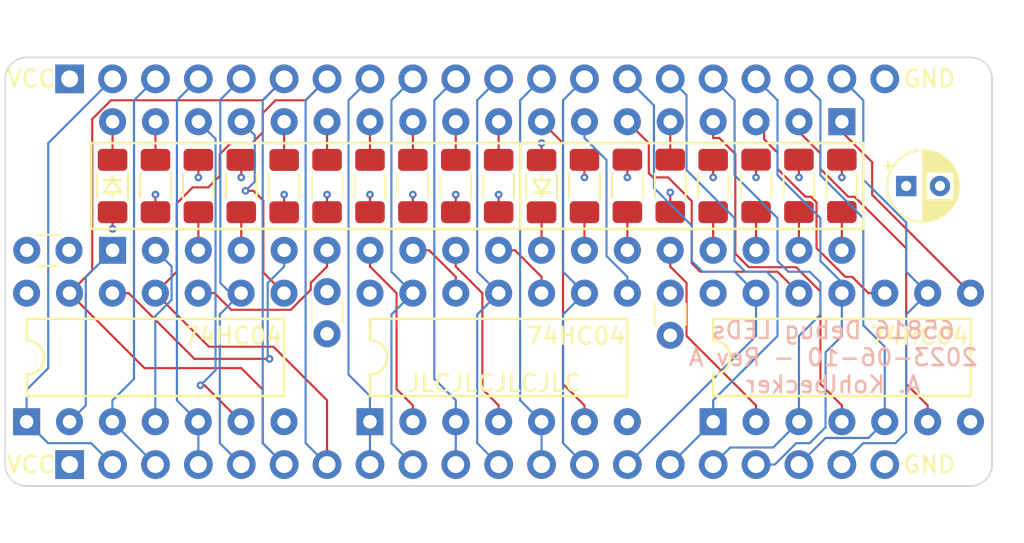
<source format=kicad_pcb>
(kicad_pcb (version 20211014) (generator pcbnew)
  (title_block (title "Project Title") (date "Date") (rev "REV") (comment 2 "<REPO-URL>") (comment 3 "Licensed under CERN-OHL-W v2") (comment 4 "Copyright © 2022 Adrien Kohlbecker"))
  (layers (0 "F.Cu" signal) (1 "In1.Cu" signal) (2 "In2.Cu" signal) (31 "B.Cu" signal) (34 "B.Paste" user) (35 "F.Paste" user) (36 "B.SilkS" user "B.Silkscreen") (37 "F.SilkS" user "F.Silkscreen") (38 "B.Mask" user) (39 "F.Mask" user) (44 "Edge.Cuts" user))
  (net 0 "")
  (net 1 "VCC")
  (net 2 "Net-(BAR1-Pad11)")
  (net 3 "Net-(BAR1-Pad12)")
  (net 4 "Net-(BAR1-Pad13)")
  (net 5 "Net-(BAR1-Pad14)")
  (net 6 "Net-(U1-Pad6)")
  (net 7 "Net-(U1-Pad8)")
  (net 8 "Net-(U2-Pad10)")
  (net 9 "Net-(U2-Pad4)")
  (net 10 "Net-(U2-Pad12)")
  (net 11 "Net-(U2-Pad2)")
  (net 12 "Net-(U1-Pad10)")
  (net 13 "Net-(U1-Pad12)")
  (net 14 "Net-(BAR1-Pad4)")
  (net 15 "Net-(BAR1-Pad3)")
  (net 16 "Net-(U1-Pad4)")
  (net 17 "Net-(U1-Pad2)")
  (net 18 "Net-(R18-Pad1)")
  (net 19 "Net-(R17-Pad1)")
  (net 20 "Net-(R16-Pad1)")
  (net 21 "Net-(U3-Pad2)")
  (net 22 "Net-(R11-Pad1)")
  (net 23 "Net-(U2-Pad6)")
  (net 24 "Net-(U2-Pad8)")
  (net 25 "Net-(U3-Pad12)")
  (net 26 "Net-(U3-Pad4)")
  (net 27 "GND")
  (net 28 "/CLK")
  (net 29 "/R~{W}")
  (net 30 "/SYNC")
  (net 31 "/VA")
  (net 32 "/~{IRQ}")
  (net 33 "/~{NMI}")
  (net 34 "/RDY_IN")
  (net 35 "/BE")
  (net 36 "/~{WAI}")
  (net 37 "/~{RST}")
  (net 38 "/~{ABORT}")
  (net 39 "/~{CLK_EN}")
  (net 40 "/~{ROM_WE}")
  (net 41 "/E")
  (net 42 "/M")
  (net 43 "/X")
  (net 44 "/~{VP}")
  (net 45 "/~{ML}")
  (net 46 "Net-(U3-Pad10)")
  (net 47 "Net-(U3-Pad6)")
  (net 48 "Net-(R14-Pad2)")
  (net 49 "Net-(BAR2-Pad13)")
  (net 50 "Net-(BAR2-Pad11)")
  (net 51 "Net-(BAR2-Pad10)")
  (net 52 "Net-(BAR2-Pad1)")
  (net 53 "Net-(BAR1-Pad20)")
  (net 54 "Net-(BAR1-Pad19)")
  (net 55 "Net-(BAR1-Pad16)")
  (net 56 "Net-(BAR1-Pad15)")
  (footprint "Connector_PinHeader_2.54mm:PinHeader_1x20_P2.54mm_Vertical" (layer "F.Cu") (at 105.41 74.93 90)
    (fp_text reference "J1" hide)
    (fp_text value "Conn_01x20")
  )
  (footprint "Resistor_SMD:R_1206_3216Metric_Pad1.30x1.75mm_HandSolder" (layer "F.Cu") (at 146.05 58.41 90)
    (fp_text reference "R16" hide)
    (fp_text value "6.8k")
  )
  (footprint "Resistor_SMD:R_1206_3216Metric_Pad1.30x1.75mm_HandSolder" (layer "F.Cu") (at 107.95 58.42 -90)
    (fp_text reference "R1" hide)
    (fp_text value "3.3k")
  )
  (footprint "Connector_PinHeader_2.54mm:PinHeader_1x20_P2.54mm_Vertical" (layer "F.Cu") (at 105.41 52.07 90)
    (fp_text reference "J2" hide)
    (fp_text value "Conn_01x20")
  )
  (footprint "Resistor_SMD:R_1206_3216Metric_Pad1.30x1.75mm_HandSolder" (layer "F.Cu") (at 138.43 58.41 90)
    (fp_text reference "R13" hide)
    (fp_text value "1k")
  )
  (footprint "Resistor_SMD:R_1206_3216Metric_Pad1.30x1.75mm_HandSolder" (layer "F.Cu") (at 125.73 58.42 -90)
    (fp_text reference "R8" hide)
    (fp_text value "1k")
  )
  (footprint "Resistor_SMD:R_1206_3216Metric_Pad1.30x1.75mm_HandSolder" (layer "F.Cu") (at 140.97 58.41 90)
    (fp_text reference "R14" hide)
    (fp_text value "6.8k")
  )
  (footprint "Package_DIP:DIP-20_W7.62mm" (layer "F.Cu") (at 107.95 62.23 90)
    (fp_text reference "BAR1" hide)
    (fp_text value "LED-Array-10-BGYR")
  )
  (footprint "Resistor_SMD:R_1206_3216Metric_Pad1.30x1.75mm_HandSolder" (layer "F.Cu") (at 151.13 58.41 90)
    (fp_text reference "R18" hide)
    (fp_text value "6.8k")
  )
  (footprint "Resistor_SMD:R_1206_3216Metric_Pad1.30x1.75mm_HandSolder" (layer "F.Cu") (at 115.57 58.42 -90)
    (fp_text reference "R4" hide)
    (fp_text value "6.8k")
  )
  (footprint "Resistor_SMD:R_1206_3216Metric_Pad1.30x1.75mm_HandSolder" (layer "F.Cu") (at 120.65 58.42 -90)
    (fp_text reference "R6" hide)
    (fp_text value "1k")
  )
  (footprint "Resistor_SMD:R_1206_3216Metric_Pad1.30x1.75mm_HandSolder" (layer "F.Cu") (at 113.03 58.42 -90)
    (fp_text reference "R3" hide)
    (fp_text value "6.8k")
  )
  (footprint "Resistor_SMD:R_1206_3216Metric_Pad1.30x1.75mm_HandSolder" (layer "F.Cu") (at 128.27 58.42 -90)
    (fp_text reference "R9" hide)
    (fp_text value "1.5k")
  )
  (footprint "Resistor_SMD:R_1206_3216Metric_Pad1.30x1.75mm_HandSolder" (layer "F.Cu") (at 148.59 58.41 90)
    (fp_text reference "R17" hide)
    (fp_text value "6.8k")
  )
  (footprint "Resistor_SMD:R_1206_3216Metric_Pad1.30x1.75mm_HandSolder" (layer "F.Cu") (at 135.89 58.42 90)
    (fp_text reference "R12" hide)
    (fp_text value "1k")
  )
  (footprint "Resistor_SMD:R_1206_3216Metric_Pad1.30x1.75mm_HandSolder" (layer "F.Cu") (at 123.19 58.42 -90)
    (fp_text reference "R7" hide)
    (fp_text value "1k")
  )
  (footprint "Package_DIP:DIP-14_W7.62mm" (layer "F.Cu") (at 123.19 72.39 90)
    (fp_text reference "U2" hide)
    (fp_text value "74HC04")
  )
  (footprint "Capacitor_THT:C_Disc_D3.0mm_W1.6mm_P2.50mm" (layer "F.Cu") (at 140.97 64.77 -90)
    (fp_text reference "C4" hide)
    (fp_text value "100n")
  )
  (footprint "Resistor_SMD:R_1206_3216Metric_Pad1.30x1.75mm_HandSolder" (layer "F.Cu") (at 130.81 58.42 -90)
    (fp_text reference "R10" hide)
    (fp_text value "1.5k")
  )
  (footprint "Resistor_SMD:R_1206_3216Metric_Pad1.30x1.75mm_HandSolder" (layer "F.Cu") (at 133.35 58.43 90)
    (fp_text reference "R11" hide)
    (fp_text value "1.5k")
  )
  (footprint "Package_DIP:DIP-14_W7.62mm" (layer "F.Cu") (at 143.51 72.39 90)
    (fp_text reference "U3" hide)
    (fp_text value "74HC04")
  )
  (footprint "Resistor_SMD:R_1206_3216Metric_Pad1.30x1.75mm_HandSolder" (layer "F.Cu") (at 110.49 58.42 -90)
    (fp_text reference "R2" hide)
    (fp_text value "6.8k")
  )
  (footprint "Resistor_SMD:R_1206_3216Metric_Pad1.30x1.75mm_HandSolder" (layer "F.Cu") (at 118.11 58.43 -90)
    (fp_text reference "R5" hide)
    (fp_text value "6.8k")
  )
  (footprint "Package_DIP:DIP-14_W7.62mm" (layer "F.Cu") (at 102.86 72.39 90)
    (fp_text reference "U1" hide)
    (fp_text value "74HC04")
  )
  (footprint "Capacitor_THT:CP_Radial_D4.0mm_P2.00mm" (layer "F.Cu") (at 154.94 58.42)
    (fp_text reference "C1" hide)
    (fp_text value "10u")
  )
  (footprint "Capacitor_THT:C_Disc_D3.0mm_W1.6mm_P2.50mm" (layer "F.Cu") (at 102.87 62.23)
    (fp_text reference "C3" hide)
    (fp_text value "100n")
  )
  (footprint "Capacitor_THT:C_Disc_D3.0mm_W1.6mm_P2.50mm" (layer "F.Cu") (at 120.65 64.68 -90)
    (fp_text reference "C2" hide)
    (fp_text value "100n")
  )
  (footprint "Resistor_SMD:R_1206_3216Metric_Pad1.30x1.75mm_HandSolder" (layer "F.Cu") (at 143.51 58.42 90)
    (fp_text reference "R15" hide)
    (fp_text value "6.8k")
  )
  (footprint "Package_DIP:DIP-16_W7.62mm" (layer "F.Cu") (at 151.13 54.61 -90)
    (fp_text reference "BAR2" hide)
    (fp_text value "LED-Array-8-GYR")
  )
  (gr_line (start 118.11 66.294) (end 118.11 70.866) (layer "F.SilkS") (width 0.15))
  (gr_arc (start 102.87 67.564) (mid 103.886 68.58) (end 102.87 69.596) (layer "F.SilkS") (width 0.15))
  (gr_line (start 158.75 70.866) (end 143.51 70.866) (layer "F.SilkS") (width 0.15))
  (gr_line (start 106.68 60.96) (end 106.68 55.88) (layer "F.SilkS") (width 0.15))
  (gr_line (start 123.19 66.294) (end 138.43 66.294) (layer "F.SilkS") (width 0.15))
  (gr_line (start 123.19 70.866) (end 123.19 69.596) (layer "F.SilkS") (width 0.15))
  (gr_line (start 132.842 58.073936) (end 133.858 58.073936) (layer "F.SilkS") (width 0.15))
  (gr_line (start 133.35 58.801) (end 132.842 58.073936) (layer "F.SilkS") (width 0.15))
  (gr_line (start 102.87 70.866) (end 102.87 69.596) (layer "F.SilkS") (width 0.15))
  (gr_line (start 133.858 58.073936) (end 133.35 58.801) (layer "F.SilkS") (width 0.15))
  (gr_line (start 132.842 58.801) (end 133.858 58.801) (layer "F.SilkS") (width 0.15))
  (gr_line (start 123.19 67.564) (end 123.19 66.294) (layer "F.SilkS") (width 0.15))
  (gr_line (start 107.442 58.801) (end 107.95 58.073936) (layer "F.SilkS") (width 0.15))
  (gr_line (start 133.35 58.049) (end 133.35 57.795) (layer "F.SilkS") (width 0.15))
  (gr_line (start 132.08 55.88) (end 106.68 55.88) (layer "F.SilkS") (width 0.15))
  (gr_line (start 102.87 66.294) (end 118.11 66.294) (layer "F.SilkS") (width 0.15))
  (gr_line (start 133.35 58.801) (end 133.35 59.055) (layer "F.SilkS") (width 0.15))
  (gr_line (start 108.458 58.801) (end 107.442 58.801) (layer "F.SilkS") (width 0.15))
  (gr_line (start 132.08 60.96) (end 106.68 60.96) (layer "F.SilkS") (width 0.15))
  (gr_line (start 118.11 70.866) (end 102.87 70.866) (layer "F.SilkS") (width 0.15))
  (gr_line (start 143.51 66.294) (end 158.75 66.294) (layer "F.SilkS") (width 0.15))
  (gr_line (start 107.95 58.073936) (end 108.458 58.801) (layer "F.SilkS") (width 0.15))
  (gr_line (start 138.43 66.294) (end 138.43 70.866) (layer "F.SilkS") (width 0.15))
  (gr_line (start 107.95 58.801) (end 107.95 59.055) (layer "F.SilkS") (width 0.15))
  (gr_rect (start 132.08 55.88) (end 152.4 60.96) (layer "F.SilkS") (width 0.15) (fill none))
  (gr_line (start 143.51 70.866) (end 143.51 69.596) (layer "F.SilkS") (width 0.15))
  (gr_line (start 107.95 58.073936) (end 107.95 57.819936) (layer "F.SilkS") (width 0.15))
  (gr_line (start 158.75 66.294) (end 158.75 70.866) (layer "F.SilkS") (width 0.15))
  (gr_arc (start 123.19 67.564) (mid 124.206 68.58) (end 123.19 69.596) (layer "F.SilkS") (width 0.15))
  (gr_line (start 143.51 67.564) (end 143.51 66.294) (layer "F.SilkS") (width 0.15))
  (gr_line (start 108.458 58.073936) (end 107.442 58.073936) (layer "F.SilkS") (width 0.15))
  (gr_line (start 102.87 67.564) (end 102.87 66.294) (layer "F.SilkS") (width 0.15))
  (gr_arc (start 143.51 67.564) (mid 144.526 68.58) (end 143.51 69.596) (layer "F.SilkS") (width 0.15))
  (gr_line (start 138.43 70.866) (end 123.19 70.866) (layer "F.SilkS") (width 0.15))
  (gr_arc (start 158.75 50.8) (mid 159.648026 51.171974) (end 160.02 52.07) (layer "Edge.Cuts") (width 0.1))
  (gr_line (start 102.87 76.2) (end 158.75 76.2) (layer "Edge.Cuts") (width 0.1))
  (gr_line (start 160.02 74.93) (end 160.02 52.07) (layer "Edge.Cuts") (width 0.1))
  (gr_line (start 101.6 52.07) (end 101.6 74.93) (layer "Edge.Cuts") (width 0.1))
  (gr_arc (start 160.02 74.93) (mid 159.648026 75.828026) (end 158.75 76.2) (layer "Edge.Cuts") (width 0.1))
  (gr_line (start 102.87 50.8) (end 158.75 50.8) (layer "Edge.Cuts") (width 0.1))
  (gr_arc (start 102.87 76.2) (mid 101.971974 75.828026) (end 101.6 74.93) (layer "Edge.Cuts") (width 0.1))
  (gr_arc (start 101.6 52.07) (mid 101.971974 51.171974) (end 102.87 50.8) (layer "Edge.Cuts") (width 0.1))
  (gr_text "65816 Debug LEDs\n2023-06-10 - Rev A\nA. Kohlbecker" (at 150.622 68.58) (layer "B.SilkS") (effects (font (size 1 1)) (justify mirror)))
  (gr_text "74HC04" (at 155.702 67.31) (layer "F.SilkS") (effects (font (size 1 1))))
  (gr_text "VCC" (at 101.6 52.07) (layer "F.SilkS") (effects (font (size 1 1)) (justify left)))
  (gr_text "GND" (at 154.686 74.93) (layer "F.SilkS") (effects (font (size 1 1)) (justify left)))
  (gr_text "74HC04" (at 135.382 67.31) (layer "F.SilkS") (effects (font (size 1 1))))
  (gr_text "JLCJLCJLCJLC" (at 130.556 70.104) (layer "F.SilkS") (effects (font (size 1 1))))
  (gr_text "74HC04" (at 115.062 67.31) (layer "F.SilkS") (effects (font (size 1 1))))
  (gr_text "GND" (at 154.686 52.07) (layer "F.SilkS") (effects (font (size 1 1)) (justify left)))
  (gr_text "VCC" (at 101.6 74.93) (layer "F.SilkS") (effects (font (size 1 1)) (justify left)))
  (segment (start 113.03 56.87) (end 113.03 57.912) (width 0.127) (layer "F.Cu") (net 1))
  (segment (start 140.97 59.96) (end 140.97 58.801) (width 0.127) (layer "F.Cu") (net 1))
  (segment (start 115.57 56.87) (end 115.57 57.912) (width 0.127) (layer "F.Cu") (net 1))
  (via (at 140.97 58.801) (size 0.45) (drill 0.2) (layers "F.Cu" "B.Cu") (net 1))
  (via (at 113.03 57.912) (size 0.45) (drill 0.2) (layers "F.Cu" "B.Cu") (net 1))
  (via (at 115.57 57.912) (size 0.45) (drill 0.2) (layers "F.Cu" "B.Cu") (net 1))
  (segment (start 130.81 56.87) (end 130.81 54.61) (width 0.127) (layer "F.Cu") (net 2))
  (segment (start 128.27 56.87) (end 128.27 54.61) (width 0.127) (layer "F.Cu") (net 3))
  (segment (start 125.73 56.87) (end 125.73 54.61) (width 0.127) (layer "F.Cu") (net 4))
  (segment (start 123.19 56.87) (end 123.19 54.61) (width 0.127) (layer "F.Cu") (net 5))
  (segment (start 115.56 72.39) (end 113.401 70.231) (width 0.127) (layer "F.Cu") (net 6))
  (segment (start 113.401 70.231) (end 113.157 70.231) (width 0.127) (layer "F.Cu") (net 6))
  (via (at 113.157 70.231) (size 0.45) (drill 0.2) (layers "F.Cu" "B.Cu") (net 6))
  (segment (start 114.046 69.342) (end 114.046 55.626) (width 0.127) (layer "B.Cu") (net 6))
  (segment (start 113.157 70.231) (end 114.046 69.342) (width 0.127) (layer "B.Cu") (net 6))
  (segment (start 114.046 55.626) (end 113.03 54.61) (width 0.127) (layer "B.Cu") (net 6))
  (segment (start 116.875 63.545) (end 116.875 59.288335) (width 0.127) (layer "F.Cu") (net 7))
  (segment (start 118.1 64.77) (end 116.875 63.545) (width 0.127) (layer "F.Cu") (net 7))
  (segment (start 116.292274 58.705609) (end 115.824 58.705609) (width 0.127) (layer "F.Cu") (net 7))
  (segment (start 116.875 59.288335) (end 116.292274 58.705609) (width 0.127) (layer "F.Cu") (net 7))
  (via (at 115.824 58.705609) (size 0.45) (drill 0.2) (layers "F.Cu" "B.Cu") (net 7))
  (segment (start 116.369999 58.15961) (end 115.824 58.705609) (width 0.127) (layer "B.Cu") (net 7))
  (segment (start 115.57 54.61) (end 116.369999 55.409999) (width 0.127) (layer "B.Cu") (net 7))
  (segment (start 116.369999 55.409999) (end 116.369999 58.15961) (width 0.127) (layer "B.Cu") (net 7))
  (segment (start 130.81 62.23) (end 131.775 62.23) (width 0.127) (layer "F.Cu") (net 8))
  (segment (start 133.35 63.8046) (end 133.35 64.77) (width 0.127) (layer "F.Cu") (net 8))
  (segment (start 131.775 62.23) (end 133.35 63.8046) (width 0.127) (layer "F.Cu") (net 8))
  (segment (start 130.81 71.4246) (end 130.81 72.39) (width 0.127) (layer "F.Cu") (net 9))
  (segment (start 129.845 64.77) (end 129.845 70.4592) (width 0.127) (layer "F.Cu") (net 9))
  (segment (start 129.845 70.4592) (end 130.81 71.4246) (width 0.127) (layer "F.Cu") (net 9))
  (segment (start 128.27 62.23) (end 128.27 63.1954) (width 0.127) (layer "F.Cu") (net 9))
  (segment (start 128.27 63.1954) (end 129.845 64.77) (width 0.127) (layer "F.Cu") (net 9))
  (segment (start 126.695 62.23) (end 128.27 63.8046) (width 0.127) (layer "F.Cu") (net 10))
  (segment (start 125.73 62.23) (end 126.695 62.23) (width 0.127) (layer "F.Cu") (net 10))
  (segment (start 128.27 63.8046) (end 128.27 64.77) (width 0.127) (layer "F.Cu") (net 10))
  (segment (start 124.765 70.4592) (end 125.73 71.4246) (width 0.127) (layer "F.Cu") (net 11))
  (segment (start 123.19 63.1954) (end 124.765 64.77) (width 0.127) (layer "F.Cu") (net 11))
  (segment (start 124.765 64.77) (end 124.765 70.4592) (width 0.127) (layer "F.Cu") (net 11))
  (segment (start 123.19 62.23) (end 123.19 63.1954) (width 0.127) (layer "F.Cu") (net 11))
  (segment (start 125.73 71.4246) (end 125.73 72.39) (width 0.127) (layer "F.Cu") (net 11))
  (segment (start 119.685 64.1608) (end 120.65 63.1954) (width 0.127) (layer "F.Cu") (net 12))
  (segment (start 113.02 64.77) (end 113.985 64.77) (width 0.127) (layer "F.Cu") (net 12))
  (segment (start 113.985 64.77) (end 114.972 65.7565) (width 0.127) (layer "F.Cu") (net 12))
  (segment (start 119.685 64.572) (end 119.685 64.1608) (width 0.127) (layer "F.Cu") (net 12))
  (segment (start 120.65 63.1954) (end 120.65 62.23) (width 0.127) (layer "F.Cu") (net 12))
  (segment (start 118.5 65.7565) (end 119.685 64.572) (width 0.127) (layer "F.Cu") (net 12))
  (segment (start 114.972 65.7565) (end 118.5 65.7565) (width 0.127) (layer "F.Cu") (net 12))
  (segment (start 108.905 64.77) (end 112.801 68.6652) (width 0.127) (layer "F.Cu") (net 13))
  (segment (start 107.94 64.77) (end 108.905 64.77) (width 0.127) (layer "F.Cu") (net 13))
  (segment (start 112.801 68.6652) (end 117.242 68.6652) (width 0.127) (layer "F.Cu") (net 13))
  (via (at 117.242 68.6652) (size 0.45) (drill 0.2) (layers "F.Cu" "B.Cu") (net 13))
  (segment (start 117.135 64.1708) (end 117.135 68.5575) (width 0.127) (layer "B.Cu") (net 13))
  (segment (start 118.11 62.23) (end 118.11 63.1954) (width 0.127) (layer "B.Cu") (net 13))
  (segment (start 118.11 63.1954) (end 117.135 64.1708) (width 0.127) (layer "B.Cu") (net 13))
  (segment (start 117.135 68.5575) (end 117.242 68.6652) (width 0.127) (layer "B.Cu") (net 13))
  (segment (start 115.57 62.23) (end 115.57 59.97) (width 0.127) (layer "F.Cu") (net 14))
  (segment (start 113.03 62.23) (end 113.03 59.97) (width 0.127) (layer "F.Cu") (net 15))
  (segment (start 110.48 72.39) (end 110.48 66.1326) (width 0.127) (layer "B.Cu") (net 16))
  (segment (start 110.48 66.1326) (end 111.444 65.1691) (width 0.127) (layer "B.Cu") (net 16))
  (segment (start 111.444 65.1691) (end 111.444 63.1835) (width 0.127) (layer "B.Cu") (net 16))
  (segment (start 111.444 63.1835) (end 110.49 62.23) (width 0.127) (layer "B.Cu") (net 16))
  (segment (start 105.4 72.39) (end 106.364 71.4265) (width 0.127) (layer "B.Cu") (net 17))
  (segment (start 106.364 63.8165) (end 107.95 62.23) (width 0.127) (layer "B.Cu") (net 17))
  (segment (start 106.364 71.4265) (end 106.364 63.8165) (width 0.127) (layer "B.Cu") (net 17))
  (segment (start 151.13 59.96) (end 151.13 62.23) (width 0.127) (layer "F.Cu") (net 18))
  (segment (start 148.59 59.96) (end 148.59 62.23) (width 0.127) (layer "F.Cu") (net 19))
  (segment (start 146.05 59.96) (end 146.05 62.23) (width 0.127) (layer "F.Cu") (net 20))
  (segment (start 140.97 63.1954) (end 141.9354 64.1608) (width 0.127) (layer "F.Cu") (net 21))
  (segment (start 140.97 62.23) (end 140.97 63.1954) (width 0.127) (layer "F.Cu") (net 21))
  (segment (start 146.05 72.39) (end 146.05 71.4246) (width 0.127) (layer "F.Cu") (net 21))
  (segment (start 141.9354 67.31) (end 146.05 71.4246) (width 0.127) (layer "F.Cu") (net 21))
  (segment (start 141.9354 64.1608) (end 141.9354 67.31) (width 0.127) (layer "F.Cu") (net 21))
  (segment (start 133.35 59.98) (end 133.35 62.23) (width 0.127) (layer "F.Cu") (net 22))
  (segment (start 134.62 55.88) (end 133.35 54.61) (width 0.127) (layer "F.Cu") (net 23))
  (segment (start 135.89 72.39) (end 135.89 71.4246) (width 0.127) (layer "F.Cu") (net 23))
  (segment (start 135.89 71.4246) (end 134.62 70.1546) (width 0.127) (layer "F.Cu") (net 23))
  (segment (start 134.62 70.1546) (end 134.62 55.88) (width 0.127) (layer "F.Cu") (net 23))
  (segment (start 137.195 56.8804) (end 135.89 55.5754) (width 0.127) (layer "B.Cu") (net 24))
  (segment (start 137.195 62.5696) (end 137.195 56.8804) (width 0.127) (layer "B.Cu") (net 24))
  (segment (start 138.43 63.8046) (end 137.195 62.5696) (width 0.127) (layer "B.Cu") (net 24))
  (segment (start 138.43 64.77) (end 138.43 63.8046) (width 0.127) (layer "B.Cu") (net 24))
  (segment (start 135.89 55.5754) (end 135.89 54.61) (width 0.127) (layer "B.Cu") (net 24))
  (segment (start 148.59 64.77) (end 147.32 63.5) (width 0.127) (layer "F.Cu") (net 25))
  (segment (start 140.843 57.912) (end 139.954 57.912) (width 0.127) (layer "F.Cu") (net 25))
  (segment (start 139.954 57.912) (end 139.7 57.658) (width 0.127) (layer "F.Cu") (net 25))
  (segment (start 139.7 55.88) (end 138.43 54.61) (width 0.127) (layer "F.Cu") (net 25))
  (segment (start 142.24 62.992) (end 142.24 59.309) (width 0.127) (layer "F.Cu") (net 25))
  (segment (start 142.24 59.309) (end 140.843 57.912) (width 0.127) (layer "F.Cu") (net 25))
  (segment (start 147.32 63.5) (end 142.748 63.5) (width 0.127) (layer "F.Cu") (net 25))
  (segment (start 142.748 63.5) (end 142.24 62.992) (width 0.127) (layer "F.Cu") (net 25))
  (segment (start 139.7 57.658) (end 139.7 55.88) (width 0.127) (layer "F.Cu") (net 25))
  (segment (start 149.86 64.6698) (end 148.423 63.2332) (width 0.127) (layer "F.Cu") (net 26))
  (segment (start 143.872 55.5754) (end 143.51 55.5754) (width 0.127) (layer "F.Cu") (net 26))
  (segment (start 144.822 62.4323) (end 144.822 56.5257) (width 0.127) (layer "F.Cu") (net 26))
  (segment (start 151.13 71.4246) (end 149.86 70.1546) (width 0.127) (layer "F.Cu") (net 26))
  (segment (start 145.623 63.2332) (end 144.822 62.4323) (width 0.127) (layer "F.Cu") (net 26))
  (segment (start 148.423 63.2332) (end 145.623 63.2332) (width 0.127) (layer "F.Cu") (net 26))
  (segment (start 149.86 70.1546) (end 149.86 64.6698) (width 0.127) (layer "F.Cu") (net 26))
  (segment (start 143.51 55.5754) (end 143.51 54.61) (width 0.127) (layer "F.Cu") (net 26))
  (segment (start 151.13 72.39) (end 151.13 71.4246) (width 0.127) (layer "F.Cu") (net 26))
  (segment (start 144.822 56.5257) (end 143.872 55.5754) (width 0.127) (layer "F.Cu") (net 26))
  (segment (start 138.43 56.86) (end 138.43 57.912) (width 0.127) (layer "F.Cu") (net 27))
  (segment (start 120.65 59.97) (end 120.65 58.928) (width 0.127) (layer "F.Cu") (net 27))
  (segment (start 123.19 59.97) (end 123.19 58.928) (width 0.127) (layer "F.Cu") (net 27))
  (segment (start 125.73 59.97) (end 125.73 58.928) (width 0.127) (layer "F.Cu") (net 27))
  (segment (start 130.81 59.97) (end 130.81 58.928) (width 0.127) (layer "F.Cu") (net 27))
  (segment (start 133.35 56.88) (end 133.35 55.88) (width 0.127) (layer "F.Cu") (net 27))
  (segment (start 110.49 59.97) (end 110.49 58.928) (width 0.127) (layer "F.Cu") (net 27))
  (segment (start 146.05 56.86) (end 146.05 57.912) (width 0.127) (layer "F.Cu") (net 27))
  (segment (start 148.59 56.86) (end 148.59 57.912) (width 0.127) (layer "F.Cu") (net 27))
  (segment (start 143.51 56.87) (end 143.51 57.912) (width 0.127) (layer "F.Cu") (net 27))
  (segment (start 118.11 59.98) (end 118.11 58.928) (width 0.127) (layer "F.Cu") (net 27))
  (segment (start 107.95 59.97) (end 107.95 60.96) (width 0.127) (layer "F.Cu") (net 27))
  (segment (start 151.13 56.86) (end 151.13 57.912) (width 0.127) (layer "F.Cu") (net 27))
  (segment (start 128.27 59.97) (end 128.27 58.928) (width 0.127) (layer "F.Cu") (net 27))
  (segment (start 135.89 56.87) (end 135.89 57.912) (width 0.127) (layer "F.Cu") (net 27))
  (via (at 118.11 58.928) (size 0.45) (drill 0.2) (layers "F.Cu" "B.Cu") (net 27))
  (via (at 107.95 60.96) (size 0.45) (drill 0.2) (layers "F.Cu" "B.Cu") (net 27))
  (via (at 143.51 57.912) (size 0.45) (drill 0.2) (layers "F.Cu" "B.Cu") (net 27))
  (via (at 133.35 55.88) (size 0.45) (drill 0.2) (layers "F.Cu" "B.Cu") (net 27))
  (via (at 146.05 57.912) (size 0.45) (drill 0.2) (layers "F.Cu" "B.Cu") (net 27))
  (via (at 151.13 57.912) (size 0.45) (drill 0.2) (layers "F.Cu" "B.Cu") (net 27))
  (via (at 123.19 58.928) (size 0.45) (drill 0.2) (layers "F.Cu" "B.Cu") (net 27))
  (via (at 128.27 58.928) (size 0.45) (drill 0.2) (layers "F.Cu" "B.Cu") (net 27))
  (via (at 125.73 58.928) (size 0.45) (drill 0.2) (layers "F.Cu" "B.Cu") (net 27))
  (via (at 110.49 58.928) (size 0.45) (drill 0.2) (layers "F.Cu" "B.Cu") (net 27))
  (via (at 138.43 57.912) (size 0.45) (drill 0.2) (layers "F.Cu" "B.Cu") (net 27))
  (via (at 120.65 58.928) (size 0.45) (drill 0.2) (layers "F.Cu" "B.Cu") (net 27))
  (via (at 130.81 58.928) (size 0.45) (drill 0.2) (layers "F.Cu" "B.Cu") (net 27))
  (via (at 135.89 57.912) (size 0.45) (drill 0.2) (layers "F.Cu" "B.Cu") (net 27))
  (via (at 148.59 57.912) (size 0.45) (drill 0.2) (layers "F.Cu" "B.Cu") (net 27))
  (segment (start 104.14 55.88) (end 107.95 52.07) (width 0.127) (layer "B.Cu") (net 28))
  (segment (start 104.14 69.215) (end 104.14 55.88) (width 0.127) (layer "B.Cu") (net 28))
  (segment (start 102.86 72.39) (end 102.86 70.495) (width 0.127) (layer "B.Cu") (net 28))
  (segment (start 102.86 70.495) (end 104.14 69.215) (width 0.127) (layer "B.Cu") (net 28))
  (segment (start 104.13 73.66) (end 106.68 73.66) (width 0.127) (layer "B.Cu") (net 28))
  (segment (start 102.86 72.39) (end 104.13 73.66) (width 0.127) (layer "B.Cu") (net 28))
  (segment (start 106.68 73.66) (end 107.95 74.93) (width 0.127) (layer "B.Cu") (net 28))
  (segment (start 109.22 53.34) (end 110.49 52.07) (width 0.127) (layer "B.Cu") (net 29))
  (segment (start 107.94 71.13) (end 109.22 69.85) (width 0.127) (layer "B.Cu") (net 29))
  (segment (start 107.94 72.39) (end 107.94 71.13) (width 0.127) (layer "B.Cu") (net 29))
  (segment (start 107.94 72.39) (end 110.48 74.93) (width 0.127) (layer "B.Cu") (net 29))
  (segment (start 110.48 74.93) (end 110.49 74.93) (width 0.127) (layer "B.Cu") (net 29))
  (segment (start 109.22 69.85) (end 109.22 53.34) (width 0.127) (layer "B.Cu") (net 29))
  (segment (start 113.03 72.4) (end 113.02 72.39) (width 0.127) (layer "B.Cu") (net 30))
  (segment (start 111.76 53.34) (end 113.03 52.07) (width 0.127) (layer "B.Cu") (net 30))
  (segment (start 113.03 74.93) (end 113.03 72.4) (width 0.127) (layer "B.Cu") (net 30))
  (segment (start 111.76 71.13) (end 111.76 53.34) (width 0.127) (layer "B.Cu") (net 30))
  (segment (start 113.02 72.39) (end 111.76 71.13) (width 0.127) (layer "B.Cu") (net 30))
  (segment (start 114.935 64.77) (end 115.56 64.77) (width 0.127) (layer "B.Cu") (net 31))
  (segment (start 114.331 64.166) (end 114.935 64.77) (width 0.127) (layer "B.Cu") (net 31))
  (segment (start 114.3 73.66) (end 114.3 66.04) (width 0.127) (layer "B.Cu") (net 31))
  (segment (start 115.56 64.77) (end 114.3 66.03) (width 0.127) (layer "B.Cu") (net 31))
  (segment (start 114.3 66.03) (end 114.3 66.04) (width 0.127) (layer "B.Cu") (net 31))
  (segment (start 115.57 74.93) (end 114.3 73.66) (width 0.127) (layer "B.Cu") (net 31))
  (segment (start 115.57 52.07) (end 114.331 53.309) (width 0.127) (layer "B.Cu") (net 31))
  (segment (start 114.331 53.309) (end 114.331 64.166) (width 0.127) (layer "B.Cu") (net 31))
  (segment (start 116.84 53.34) (end 107.857405 53.34) (width 0.127) (layer "F.Cu") (net 32))
  (segment (start 115.57 69.215) (end 116.84 70.485) (width 0.127) (layer "F.Cu") (net 32))
  (segment (start 106.7435 63.4265) (end 105.4 64.77) (width 0.127) (layer "F.Cu") (net 32))
  (segment (start 116.84 73.66) (end 118.11 74.93) (width 0.127) (layer "F.Cu") (net 32))
  (segment (start 105.4 64.77) (end 109.845 69.215) (width 0.127) (layer "F.Cu") (net 32))
  (segment (start 109.845 69.215) (end 115.57 69.215) (width 0.127) (layer "F.Cu") (net 32))
  (segment (start 107.857405 53.34) (end 106.7435 54.453905) (width 0.127) (layer "F.Cu") (net 32))
  (segment (start 106.7435 54.453905) (end 106.7435 63.4265) (width 0.127) (layer "F.Cu") (net 32))
  (segment (start 118.11 52.07) (end 116.84 53.34) (width 0.127) (layer "F.Cu") (net 32))
  (segment (start 116.84 70.485) (end 116.84 73.66) (width 0.127) (layer "F.Cu") (net 32))
  (segment (start 118.11 52.07) (end 116.84 53.34) (width 0.127) (layer "B.Cu") (net 32))
  (segment (start 116.84 73.66) (end 118.11 74.93) (width 0.127) (layer "B.Cu") (net 32))
  (segment (start 116.84 53.34) (end 116.84 73.66) (width 0.127) (layer "B.Cu") (net 32))
  (segment (start 116.205 55.88) (end 116.84 55.245) (width 0.127) (layer "F.Cu") (net 33))
  (segment (start 114.3 57.820802) (end 114.3 56.530223) (width 0.127) (layer "F.Cu") (net 33))
  (segment (start 113.619401 58.501401) (end 114.3 57.820802) (width 0.127) (layer "F.Cu") (net 33))
  (segment (start 111.75 63.5) (end 111.75 59.446) (width 0.127) (layer "F.Cu") (net 33))
  (segment (start 113.655 67.945) (end 117.475 67.945) (width 0.127) (layer "F.Cu") (net 33))
  (segment (start 111.75 59.446) (end 112.694599 58.501401) (width 0.127) (layer "F.Cu") (net 33))
  (segment (start 110.48 64.77) (end 113.655 67.945) (width 0.127) (layer "F.Cu") (net 33))
  (segment (start 119.38 53.34) (end 120.65 52.07) (width 0.127) (layer "F.Cu") (net 33))
  (segment (start 114.950223 55.88) (end 116.205 55.88) (width 0.127) (layer "F.Cu") (net 33))
  (segment (start 116.84 55.245) (end 116.84 54.102) (width 0.127) (layer "F.Cu") (net 33))
  (segment (start 120.65 71.12) (end 120.65 74.93) (width 0.127) (layer "F.Cu") (net 33))
  (segment (start 117.475 67.945) (end 120.65 71.12) (width 0.127) (layer "F.Cu") (net 33))
  (segment (start 114.3 56.530223) (end 114.950223 55.88) (width 0.127) (layer "F.Cu") (net 33))
  (segment (start 117.602 53.34) (end 119.38 53.34) (width 0.127) (layer "F.Cu") (net 33))
  (segment (start 112.694599 58.501401) (end 113.619401 58.501401) (width 0.127) (layer "F.Cu") (net 33))
  (segment (start 110.48 64.77) (end 111.75 63.5) (width 0.127) (layer "F.Cu") (net 33))
  (segment (start 116.84 54.102) (end 117.602 53.34) (width 0.127) (layer "F.Cu") (net 33))
  (segment (start 119.38 53.34) (end 120.65 52.07) (width 0.127) (layer "B.Cu") (net 33))
  (segment (start 119.38 73.66) (end 119.38 53.34) (width 0.127) (layer "B.Cu") (net 33))
  (segment (start 120.65 74.93) (end 119.38 73.66) (width 0.127) (layer "B.Cu") (net 33))
  (segment (start 123.19 72.39) (end 123.19 70.866) (width 0.127) (layer "B.Cu") (net 34))
  (segment (start 123.19 70.866) (end 121.92 69.596) (width 0.127) (layer "B.Cu") (net 34))
  (segment (start 123.19 74.93) (end 123.19 72.39) (width 0.127) (layer "B.Cu") (net 34))
  (segment (start 121.92 53.34) (end 123.19 52.07) (width 0.127) (layer "B.Cu") (net 34))
  (segment (start 121.92 69.596) (end 121.92 53.34) (width 0.127) (layer "B.Cu") (net 34))
  (segment (start 124.46 66.04) (end 125.73 64.77) (width 0.127) (layer "B.Cu") (net 35))
  (segment (start 125.73 64.77) (end 124.46 63.5) (width 0.127) (layer "B.Cu") (net 35))
  (segment (start 124.46 73.66) (end 124.46 66.04) (width 0.127) (layer "B.Cu") (net 35))
  (segment (start 125.73 74.93) (end 124.46 73.66) (width 0.127) (layer "B.Cu") (net 35))
  (segment (start 124.46 53.34) (end 125.73 52.07) (width 0.127) (layer "B.Cu") (net 35))
  (segment (start 124.46 63.5) (end 124.46 53.34) (width 0.127) (layer "B.Cu") (net 35))
  (segment (start 127 69.85) (end 127 53.34) (width 0.127) (layer "B.Cu") (net 36))
  (segment (start 128.27 71.12) (end 127 69.85) (width 0.127) (layer "B.Cu") (net 36))
  (segment (start 128.27 74.93) (end 128.27 72.39) (width 0.127) (layer "B.Cu") (net 36))
  (segment (start 127 53.34) (end 128.27 52.07) (width 0.127) (layer "B.Cu") (net 36))
  (segment (start 128.27 72.39) (end 128.27 71.12) (width 0.127) (layer "B.Cu") (net 36))
  (segment (start 129.54 66.04) (end 130.81 64.77) (width 0.127) (layer "B.Cu") (net 37))
  (segment (start 130.81 64.77) (end 129.54 63.5) (width 0.127) (layer "B.Cu") (net 37))
  (segment (start 130.81 74.93) (end 129.54 73.66) (width 0.127) (layer "B.Cu") (net 37))
  (segment (start 129.54 53.34) (end 130.81 52.07) (width 0.127) (layer "B.Cu") (net 37))
  (segment (start 129.54 63.5) (end 129.54 53.34) (width 0.127) (layer "B.Cu") (net 37))
  (segment (start 129.54 73.66) (end 129.54 66.04) (width 0.127) (layer "B.Cu") (net 37))
  (segment (start 133.35 72.39) (end 132.08 71.12) (width 0.127) (layer "B.Cu") (net 38))
  (segment (start 132.08 53.34) (end 133.35 52.07) (width 0.127) (layer "B.Cu") (net 38))
  (segment (start 132.08 71.12) (end 132.08 53.34) (width 0.127) (layer "B.Cu") (net 38))
  (segment (start 133.35 74.93) (end 133.35 72.39) (width 0.127) (layer "B.Cu") (net 38))
  (segment (start 135.89 64.77) (end 134.62 63.5) (width 0.127) (layer "B.Cu") (net 39))
  (segment (start 134.62 66.04) (end 135.89 64.77) (width 0.127) (layer "B.Cu") (net 39))
  (segment (start 135.89 74.93) (end 134.62 73.66) (width 0.127) (layer "B.Cu") (net 39))
  (segment (start 134.62 53.34) (end 135.89 52.07) (width 0.127) (layer "B.Cu") (net 39))
  (segment (start 134.62 63.5) (end 134.62 53.34) (width 0.127) (layer "B.Cu") (net 39))
  (segment (start 134.62 73.66) (end 134.62 66.04) (width 0.127) (layer "B.Cu") (net 39))
  (segment (start 144.78 63.5) (end 146.05 64.77) (width 0.127) (layer "B.Cu") (net 40))
  (segment (start 146.05 67.31) (end 138.43 74.93) (width 0.127) (layer "B.Cu") (net 40))
  (segment (start 138.43 52.07) (end 140.006 53.646) (width 0.127) (layer "B.Cu") (net 40))
  (segment (start 142.24 62.865) (end 142.875 63.5) (width 0.127) (layer "B.Cu") (net 40))
  (segment (start 142.875 63.5) (end 144.78 63.5) (width 0.127) (layer "B.Cu") (net 40))
  (segment (start 140.006 58.534208) (end 142.24 60.768208) (width 0.127) (layer "B.Cu") (net 40))
  (segment (start 142.24 60.768208) (end 142.24 62.865) (width 0.127) (layer "B.Cu") (net 40))
  (segment (start 146.05 64.77) (end 146.05 67.31) (width 0.127) (layer "B.Cu") (net 40))
  (segment (start 140.006 53.646) (end 140.006 58.534208) (width 0.127) (layer "B.Cu") (net 40))
  (segment (start 143.51 71.12) (end 143.51 72.39) (width 0.127) (layer "B.Cu") (net 41))
  (segment (start 140.97 52.07) (end 141.934 53.0335) (width 0.127) (layer "B.Cu") (net 41))
  (segment (start 145.415 63.5) (end 146.685 63.5) (width 0.127) (layer "B.Cu") (net 41))
  (segment (start 141.934 57.4785) (end 144.78 60.325) (width 0.127) (layer "B.Cu") (net 41))
  (segment (start 147.32 64.135) (end 147.32 67.31) (width 0.127) (layer "B.Cu") (net 41))
  (segment (start 143.51 72.39) (end 140.97 74.93) (width 0.127) (layer "B.Cu") (net 41))
  (segment (start 146.685 63.5) (end 147.32 64.135) (width 0.127) (layer "B.Cu") (net 41))
  (segment (start 147.32 67.31) (end 143.51 71.12) (width 0.127) (layer "B.Cu") (net 41))
  (segment (start 141.934 53.0335) (end 141.934 57.4785) (width 0.127) (layer "B.Cu") (net 41))
  (segment (start 144.78 60.325) (end 144.78 62.865) (width 0.127) (layer "B.Cu") (net 41))
  (segment (start 144.78 62.865) (end 145.415 63.5) (width 0.127) (layer "B.Cu") (net 41))
  (segment (start 144.524 73.9165) (end 143.51 74.93) (width 0.127) (layer "B.Cu") (net 42))
  (segment (start 149.225 63.5) (end 149.86 64.135) (width 0.127) (layer "B.Cu") (net 42))
  (segment (start 148.59 67.31) (end 148.59 72.39) (width 0.127) (layer "B.Cu") (net 42))
  (segment (start 149.86 66.04) (end 148.59 67.31) (width 0.127) (layer "B.Cu") (net 42))
  (segment (start 147.955 63.5) (end 149.225 63.5) (width 0.127) (layer "B.Cu") (net 42))
  (segment (start 147.064 73.9165) (end 144.524 73.9165) (width 0.127) (layer "B.Cu") (net 42))
  (segment (start 148.59 72.39) (end 147.064 73.9165) (width 0.127) (layer "B.Cu") (net 42))
  (segment (start 147.32 62.865) (end 147.955 63.5) (width 0.127) (layer "B.Cu") (net 42))
  (segment (start 147.32 60.325) (end 147.32 62.865) (width 0.127) (layer "B.Cu") (net 42))
  (segment (start 149.86 64.135) (end 149.86 66.04) (width 0.127) (layer "B.Cu") (net 42))
  (segment (start 144.78 53.34) (end 144.78 57.785) (width 0.127) (layer "B.Cu") (net 42))
  (segment (start 143.51 52.07) (end 144.78 53.34) (width 0.127) (layer "B.Cu") (net 42))
  (segment (start 144.78 57.785) (end 147.32 60.325) (width 0.127) (layer "B.Cu") (net 42))
  (segment (start 146.05 74.93) (end 147.157 74.93) (width 0.127) (layer "B.Cu") (net 43))
  (segment (start 150.166 72.7185) (end 150.166 68.2735) (width 0.127) (layer "B.Cu") (net 43))
  (segment (start 146.05 52.07) (end 147.32 53.34) (width 0.127) (layer "B.Cu") (net 43))
  (segment (start 151.13 64.135) (end 151.13 64.77) (width 0.127) (layer "B.Cu") (net 43))
  (segment (start 149.86 62.865) (end 151.13 64.135) (width 0.127) (layer "B.Cu") (net 43))
  (segment (start 148.427 73.66) (end 149.225 73.66) (width 0.127) (layer "B.Cu") (net 43))
  (segment (start 149.225 73.66) (end 150.166 72.7185) (width 0.127) (layer "B.Cu") (net 43))
  (segment (start 151.13 67.31) (end 151.13 64.77) (width 0.127) (layer "B.Cu") (net 43))
  (segment (start 147.157 74.93) (end 148.427 73.66) (width 0.127) (layer "B.Cu") (net 43))
  (segment (start 147.32 53.34) (end 147.32 57.785) (width 0.127) (layer "B.Cu") (net 43))
  (segment (start 149.86 60.325) (end 149.86 62.865) (width 0.127) (layer "B.Cu") (net 43))
  (segment (start 150.166 68.2735) (end 151.13 67.31) (width 0.127) (layer "B.Cu") (net 43))
  (segment (start 147.32 57.785) (end 149.86 60.325) (width 0.127) (layer "B.Cu") (net 43))
  (segment (start 152.4 60.325) (end 149.86 57.785) (width 0.127) (layer "B.Cu") (net 44))
  (segment (start 153.67 72.39) (end 153.67 67.945) (width 0.127) (layer "B.Cu") (net 44))
  (segment (start 148.59 74.93) (end 150.166 73.3535) (width 0.127) (layer "B.Cu") (net 44))
  (segment (start 149.86 53.34) (end 148.59 52.07) (width 0.127) (layer "B.Cu") (net 44))
  (segment (start 153.67 67.945) (end 152.4 66.675) (width 0.127) (layer "B.Cu") (net 44))
  (segment (start 152.706 73.3535) (end 153.67 72.39) (width 0.127) (layer "B.Cu") (net 44))
  (segment (start 152.4 66.675) (end 152.4 60.325) (width 0.127) (layer "B.Cu") (net 44))
  (segment (start 149.86 57.785) (end 149.86 53.34) (width 0.127) (layer "B.Cu") (net 44))
  (segment (start 150.166 73.3535) (end 152.706 73.3535) (width 0.127) (layer "B.Cu") (net 44))
  (segment (start 154.94 63.5) (end 156.21 64.77) (width 0.127) (layer "B.Cu") (net 45))
  (segment (start 152.4 73.66) (end 154.305 73.66) (width 0.127) (layer "B.Cu") (net 45))
  (segment (start 154.94 66.04) (end 156.21 64.77) (width 0.127) (layer "B.Cu") (net 45))
  (segment (start 151.13 52.07) (end 152.4 53.34) (width 0.127) (layer "B.Cu") (net 45))
  (segment (start 151.13 74.93) (end 152.4 73.66) (width 0.127) (layer "B.Cu") (net 45))
  (segment (start 154.94 73.025) (end 154.94 66.04) (width 0.127) (layer "B.Cu") (net 45))
  (segment (start 154.94 60.579) (end 154.94 63.5) (width 0.127) (layer "B.Cu") (net 45))
  (segment (start 152.4 58.039) (end 154.94 60.579) (width 0.127) (layer "B.Cu") (net 45))
  (segment (start 152.4 53.34) (end 152.4 58.039) (width 0.127) (layer "B.Cu") (net 45))
  (segment (start 154.305 73.66) (end 154.94 73.025) (width 0.127) (layer "B.Cu") (net 45))
  (segment (start 148.971 59.055) (end 149.298 59.055) (width 0.127) (layer "F.Cu") (net 46))
  (segment (start 149.298 59.055) (end 149.631 59.3877) (width 0.127) (layer "F.Cu") (net 46))
  (segment (start 151.333 63.8046) (end 151.739 63.8046) (width 0.127) (layer "F.Cu") (net 46))
  (segment (start 146.529 55.6547) (end 147.32 56.4453) (width 0.127) (layer "F.Cu") (net 46))
  (segment (start 147.32 56.4453) (end 147.32 57.404) (width 0.127) (layer "F.Cu") (net 46))
  (segment (start 146.05 54.61) (end 146.529 55.0893) (width 0.127) (layer "F.Cu") (net 46))
  (segment (start 152.705 64.77) (end 153.67 64.77) (width 0.127) (layer "F.Cu") (net 46))
  (segment (start 147.32 57.404) (end 148.971 59.055) (width 0.127) (layer "F.Cu") (net 46))
  (segment (start 146.529 55.0893) (end 146.529 55.6547) (width 0.127) (layer "F.Cu") (net 46))
  (segment (start 149.631 59.3877) (end 149.631 62.103) (width 0.127) (layer "F.Cu") (net 46))
  (segment (start 151.739 63.8046) (end 152.705 64.77) (width 0.127) (layer "F.Cu") (net 46))
  (segment (start 149.631 62.103) (end 151.333 63.8046) (width 0.127) (layer "F.Cu") (net 46))
  (segment (start 151.511 59.055) (end 149.86 57.404) (width 0.127) (layer "F.Cu") (net 47))
  (segment (start 152.394 59.5687) (end 151.881 59.055) (width 0.127) (layer "F.Cu") (net 47))
  (segment (start 156.21 72.39) (end 156.21 71.4246) (width 0.127) (layer "F.Cu") (net 47))
  (segment (start 149.86 56.4834) (end 148.59 55.2134) (width 0.127) (layer "F.Cu") (net 47))
  (segment (start 154.94 62.114) (end 152.394 59.5687) (width 0.127) (layer "F.Cu") (net 47))
  (segment (start 148.59 55.2134) (end 148.59 54.61) (width 0.127) (layer "F.Cu") (net 47))
  (segment (start 149.86 57.404) (end 149.86 56.4834) (width 0.127) (layer "F.Cu") (net 47))
  (segment (start 154.94 70.1546) (end 154.94 62.114) (width 0.127) (layer "F.Cu") (net 47))
  (segment (start 156.21 71.4246) (end 154.94 70.1546) (width 0.127) (layer "F.Cu") (net 47))
  (segment (start 151.881 59.055) (end 151.511 59.055) (width 0.127) (layer "F.Cu") (net 47))
  (segment (start 140.97 54.61) (end 140.97 56.86) (width 0.127) (layer "F.Cu") (net 48))
  (segment (start 143.51 59.97) (end 143.51 62.23) (width 0.127) (layer "F.Cu") (net 49))
  (segment (start 138.43 59.96) (end 138.43 62.23) (width 0.127) (layer "F.Cu") (net 50))
  (segment (start 135.89 59.97) (end 135.89 62.23) (width 0.127) (layer "F.Cu") (net 51))
  (segment (start 152.9239 57.0071) (end 152.9239 58.9439) (width 0.127) (layer "F.Cu") (net 52))
  (segment (start 152.289 56.3722) (end 152.9239 57.0071) (width 0.127) (layer "F.Cu") (net 52))
  (segment (start 151.13 55.2133) (end 152.289 56.3722) (width 0.127) (layer "F.Cu") (net 52))
  (segment (start 152.9239 58.9439) (end 158.75 64.77) (width 0.127) (layer "F.Cu") (net 52))
  (segment (start 151.13 54.61) (end 151.13 55.2133) (width 0.127) (layer "F.Cu") (net 52))
  (segment (start 107.95 56.87) (end 107.95 54.61) (width 0.127) (layer "F.Cu") (net 53))
  (segment (start 110.49 56.87) (end 110.49 54.61) (width 0.127) (layer "F.Cu") (net 54))
  (segment (start 118.11 56.88) (end 118.11 54.61) (width 0.127) (layer "F.Cu") (net 55))
  (segment (start 120.65 56.87) (end 120.65 54.61) (width 0.127) (layer "F.Cu") (net 56))
)
</source>
